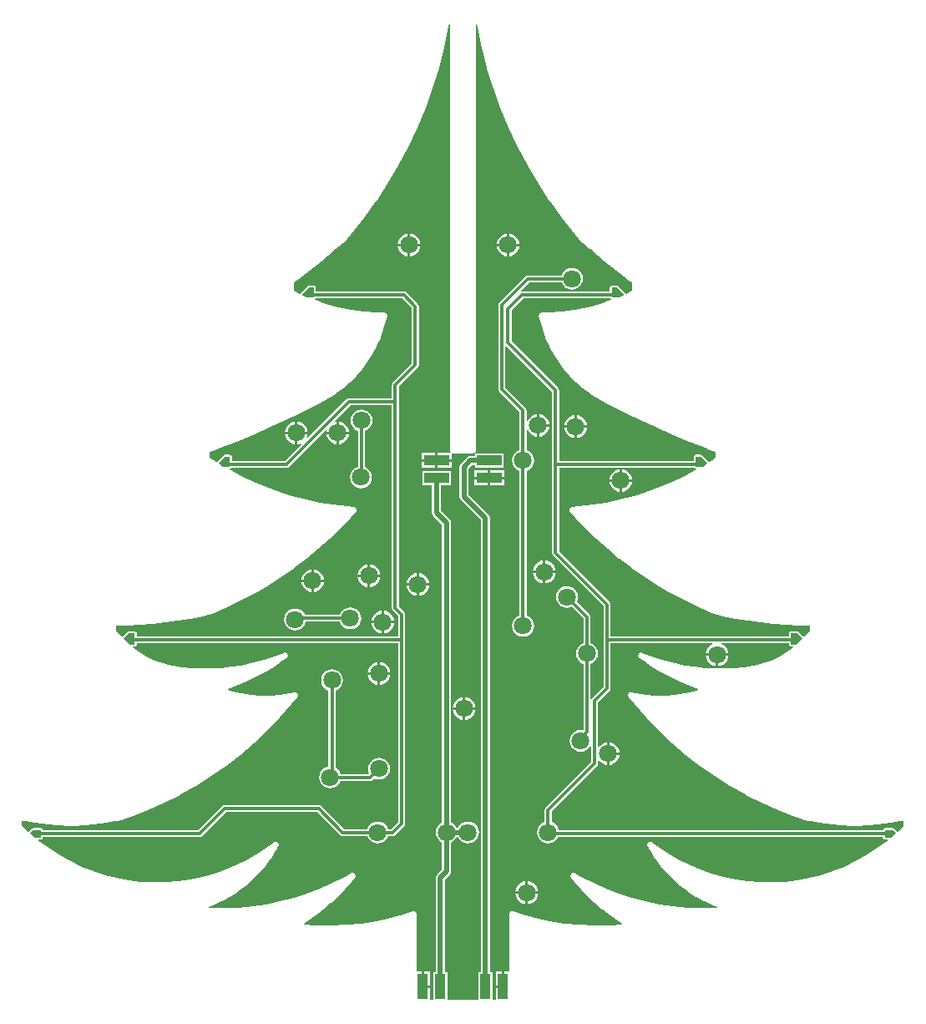
<source format=gbr>
%TF.GenerationSoftware,Altium Limited,Altium Designer,21.2.1 (34)*%
G04 Layer_Physical_Order=1*
G04 Layer_Color=6711008*
%FSLAX25Y25*%
%MOIN*%
%TF.SameCoordinates,D824F303-33D3-4EC3-9BEE-61EECA8924FC*%
%TF.FilePolarity,Positive*%
%TF.FileFunction,Copper,L1,Top,Signal*%
%TF.Part,Single*%
G01*
G75*
%TA.AperFunction,SMDPad,CuDef*%
%ADD10R,0.03937X0.09843*%
%ADD11R,0.09843X0.03937*%
%ADD12R,0.01968X0.01968*%
%TA.AperFunction,Conductor*%
%ADD13C,0.01968*%
%ADD14C,0.01181*%
%TA.AperFunction,ViaPad*%
%ADD15R,0.03937X0.09843*%
%ADD16R,0.09843X0.03937*%
%ADD17C,0.07087*%
G36*
X188734Y414012D02*
X188741Y413992D01*
X188742Y413971D01*
X190468Y405777D01*
X190479Y405751D01*
X190480Y405722D01*
X192588Y397618D01*
X192600Y397592D01*
X192603Y397564D01*
X195088Y389567D01*
X195101Y389542D01*
X195106Y389514D01*
X197962Y381643D01*
X197976Y381618D01*
X197982Y381590D01*
X201203Y373861D01*
X201219Y373837D01*
X201226Y373809D01*
X204805Y366239D01*
X204822Y366216D01*
X204830Y366189D01*
X208760Y358795D01*
X208778Y358773D01*
X208787Y358746D01*
X213059Y351543D01*
X213078Y351522D01*
X213088Y351496D01*
X217692Y344501D01*
X217712Y344481D01*
X217724Y344455D01*
X222650Y337683D01*
X222671Y337664D01*
X222684Y337639D01*
X227921Y331105D01*
X227938Y331091D01*
X227948Y331073D01*
X230680Y327900D01*
X230754Y327841D01*
X230813Y327768D01*
X233692Y325321D01*
X233699Y325317D01*
X233704Y325311D01*
X239522Y320488D01*
X239531Y320483D01*
X239537Y320475D01*
X245433Y315748D01*
X245442Y315743D01*
X245449Y315736D01*
X248517Y313357D01*
X248470Y313218D01*
X250500Y312000D01*
Y309000D01*
X250450Y308975D01*
X250530Y308632D01*
X248145Y307453D01*
X248139Y307461D01*
X248068Y307568D01*
X245068Y310568D01*
X244807Y310742D01*
X244500Y310803D01*
X242500D01*
X242193Y310742D01*
X241932Y310568D01*
X241758Y310307D01*
X241697Y310000D01*
Y308405D01*
X206500D01*
X206436Y308392D01*
X206242Y308755D01*
X209582Y312095D01*
X222394D01*
X222717Y311316D01*
X223411Y310411D01*
X224316Y309717D01*
X225370Y309281D01*
X226500Y309132D01*
X227630Y309281D01*
X228684Y309717D01*
X229589Y310411D01*
X230283Y311316D01*
X230719Y312369D01*
X230868Y313500D01*
X230719Y314631D01*
X230283Y315684D01*
X229589Y316589D01*
X228684Y317283D01*
X227630Y317719D01*
X226500Y317868D01*
X225370Y317719D01*
X224316Y317283D01*
X223411Y316589D01*
X222717Y315684D01*
X222394Y314905D01*
X209000D01*
X208462Y314798D01*
X208007Y314493D01*
X197506Y303993D01*
X197202Y303538D01*
X197095Y303000D01*
Y278500D01*
X197106Y278446D01*
Y269489D01*
X197213Y268952D01*
X197517Y268496D01*
X205595Y260418D01*
Y245106D01*
X204816Y244783D01*
X203911Y244089D01*
X203217Y243184D01*
X202781Y242130D01*
X202632Y241000D01*
X202781Y239869D01*
X203217Y238816D01*
X203911Y237911D01*
X204816Y237217D01*
X205595Y236894D01*
Y179106D01*
X204816Y178783D01*
X203911Y178089D01*
X203217Y177184D01*
X202781Y176130D01*
X202632Y175000D01*
X202781Y173870D01*
X203217Y172816D01*
X203911Y171911D01*
X204816Y171217D01*
X205870Y170781D01*
X207000Y170632D01*
X208131Y170781D01*
X209184Y171217D01*
X210089Y171911D01*
X210783Y172816D01*
X211219Y173870D01*
X211368Y175000D01*
X211219Y176130D01*
X210783Y177184D01*
X210089Y178089D01*
X209184Y178783D01*
X208405Y179106D01*
Y236894D01*
X209184Y237217D01*
X210089Y237911D01*
X210783Y238816D01*
X211219Y239869D01*
X211368Y241000D01*
X211219Y242130D01*
X210783Y243184D01*
X210089Y244089D01*
X209184Y244783D01*
X208405Y245106D01*
Y253192D01*
X208799Y253271D01*
X209031Y252709D01*
X209760Y251760D01*
X210709Y251031D01*
X211814Y250574D01*
X212500Y250483D01*
Y255000D01*
Y259517D01*
X211814Y259426D01*
X210709Y258969D01*
X209760Y258240D01*
X209031Y257291D01*
X208799Y256729D01*
X208405Y256808D01*
Y261000D01*
X208298Y261538D01*
X207993Y261993D01*
X199916Y270071D01*
Y278489D01*
X199905Y278543D01*
Y286551D01*
X200299Y286714D01*
X218595Y268418D01*
Y239500D01*
Y204000D01*
X218702Y203462D01*
X219007Y203007D01*
X239095Y182918D01*
Y169500D01*
Y150582D01*
X234507Y145993D01*
X234299Y145682D01*
X233905Y145802D01*
Y159894D01*
X234684Y160217D01*
X235589Y160911D01*
X236283Y161816D01*
X236719Y162870D01*
X236868Y164000D01*
X236719Y165130D01*
X236283Y166184D01*
X235589Y167089D01*
X234684Y167783D01*
X233905Y168106D01*
Y178500D01*
X233798Y179038D01*
X233493Y179493D01*
X228397Y184590D01*
X228719Y185370D01*
X228868Y186500D01*
X228719Y187630D01*
X228283Y188684D01*
X227589Y189589D01*
X226684Y190283D01*
X225630Y190719D01*
X224500Y190868D01*
X223370Y190719D01*
X222316Y190283D01*
X221411Y189589D01*
X220717Y188684D01*
X220281Y187630D01*
X220132Y186500D01*
X220281Y185370D01*
X220717Y184316D01*
X221411Y183411D01*
X222316Y182717D01*
X223370Y182281D01*
X224500Y182132D01*
X225630Y182281D01*
X226410Y182604D01*
X231095Y177918D01*
Y168106D01*
X230316Y167783D01*
X229411Y167089D01*
X228717Y166184D01*
X228281Y165130D01*
X228132Y164000D01*
X228281Y162870D01*
X228717Y161816D01*
X229411Y160911D01*
X230316Y160217D01*
X231095Y159894D01*
Y133686D01*
X230701Y133341D01*
X229925Y133443D01*
X228794Y133294D01*
X227741Y132858D01*
X226836Y132164D01*
X226142Y131259D01*
X225706Y130206D01*
X225557Y129075D01*
X225706Y127945D01*
X226142Y126891D01*
X226836Y125987D01*
X227741Y125292D01*
X228794Y124856D01*
X229925Y124707D01*
X231055Y124856D01*
X232109Y125292D01*
X233014Y125987D01*
X233701Y126883D01*
X233730Y126887D01*
X234095Y126804D01*
Y120582D01*
X216007Y102494D01*
X215702Y102038D01*
X215595Y101500D01*
Y96606D01*
X214816Y96283D01*
X213911Y95589D01*
X213217Y94684D01*
X212781Y93630D01*
X212632Y92500D01*
X212781Y91369D01*
X213217Y90316D01*
X213911Y89411D01*
X214816Y88717D01*
X215869Y88281D01*
X217000Y88132D01*
X218130Y88281D01*
X219184Y88717D01*
X220089Y89411D01*
X220783Y90316D01*
X220899Y90595D01*
X350697D01*
Y90500D01*
X350758Y90193D01*
X350932Y89932D01*
X351193Y89758D01*
X351500Y89697D01*
X352397D01*
X352532Y89327D01*
X351974Y88858D01*
X348020Y85949D01*
X343886Y83302D01*
X339590Y80927D01*
X335150Y78835D01*
X330583Y77035D01*
X325910Y75533D01*
X321150Y74337D01*
X316322Y73451D01*
X311446Y72879D01*
X306545Y72623D01*
X301637Y72685D01*
X296743Y73063D01*
X291883Y73758D01*
X287079Y74765D01*
X282350Y76080D01*
X277716Y77698D01*
X273196Y79612D01*
X268810Y81815D01*
X264575Y84297D01*
X260509Y87047D01*
X258569Y88550D01*
X258365Y88652D01*
X258162Y88757D01*
X258155Y88757D01*
X258149Y88760D01*
X257921Y88776D01*
X257693Y88795D01*
X257687Y88793D01*
X257680Y88793D01*
X257463Y88721D01*
X257246Y88651D01*
X257241Y88646D01*
X257234Y88644D01*
X257062Y88494D01*
X256888Y88347D01*
X256885Y88341D01*
X256879Y88336D01*
X256777Y88132D01*
X256673Y87929D01*
X256673Y87922D01*
X256670Y87916D01*
X256654Y87688D01*
X256635Y87461D01*
X256637Y87454D01*
X256637Y87447D01*
X256709Y87230D01*
X256779Y87013D01*
X257673Y85406D01*
X257695Y85380D01*
X257706Y85349D01*
X259668Y82237D01*
X259699Y82205D01*
X259718Y82165D01*
X261901Y79205D01*
X261934Y79175D01*
X261956Y79136D01*
X264351Y76344D01*
X264386Y76316D01*
X264410Y76279D01*
X267003Y73670D01*
X267040Y73645D01*
X267067Y73610D01*
X269843Y71197D01*
X269882Y71175D01*
X269912Y71142D01*
X272857Y68939D01*
X272898Y68920D01*
X272930Y68889D01*
X276028Y66907D01*
X276070Y66891D01*
X276104Y66863D01*
X279340Y65113D01*
X279382Y65100D01*
X279419Y65074D01*
X282773Y63566D01*
X282817Y63556D01*
X282855Y63533D01*
X284596Y62899D01*
X284542Y62509D01*
X283608Y62441D01*
X278053Y62342D01*
X272501Y62547D01*
X266969Y63054D01*
X261473Y63862D01*
X256029Y64969D01*
X250653Y66372D01*
X245362Y68065D01*
X240171Y70045D01*
X235096Y72305D01*
X230152Y74839D01*
X227753Y76239D01*
X227736Y76245D01*
X227722Y76256D01*
X227514Y76321D01*
X227309Y76392D01*
X227291Y76391D01*
X227273Y76396D01*
X227057Y76376D01*
X226840Y76363D01*
X226823Y76355D01*
X226805Y76354D01*
X226613Y76253D01*
X226417Y76157D01*
X226405Y76144D01*
X226389Y76135D01*
X226250Y75968D01*
X226106Y75805D01*
X226100Y75788D01*
X226088Y75774D01*
X226024Y75567D01*
X225953Y75361D01*
X225954Y75343D01*
X225949Y75326D01*
X225968Y75109D01*
X225981Y74892D01*
X225989Y74876D01*
X225991Y74858D01*
X226092Y74665D01*
X226187Y74470D01*
X226201Y74458D01*
X226209Y74442D01*
X227437Y72923D01*
X227454Y72908D01*
X227466Y72888D01*
X230032Y69945D01*
X230057Y69926D01*
X230073Y69901D01*
X232783Y67089D01*
X232808Y67072D01*
X232826Y67047D01*
X235673Y64374D01*
X235699Y64358D01*
X235718Y64334D01*
X238695Y61806D01*
X238721Y61791D01*
X238742Y61769D01*
X241841Y59393D01*
X241868Y59379D01*
X241890Y59357D01*
X245104Y57139D01*
X245132Y57127D01*
X245154Y57106D01*
X246620Y56199D01*
X246526Y55817D01*
X241644Y55450D01*
X235614Y55355D01*
X229590Y55615D01*
X223591Y56230D01*
X217639Y57197D01*
X211754Y58514D01*
X205957Y60175D01*
X203113Y61175D01*
X202912Y61204D01*
X202713Y61244D01*
X202680Y61237D01*
X202647Y61242D01*
X202451Y61191D01*
X202252Y61152D01*
X202225Y61133D01*
X202192Y61125D01*
X202030Y61004D01*
X201862Y60891D01*
X201843Y60863D01*
X201817Y60843D01*
X201713Y60669D01*
X201601Y60500D01*
X201594Y60467D01*
X201577Y60439D01*
X201549Y60238D01*
X201509Y60039D01*
X201509Y60039D01*
Y36921D01*
X199500D01*
Y31000D01*
X199000D01*
Y30500D01*
X196031D01*
Y25811D01*
X194756D01*
Y36709D01*
X193706D01*
X193706Y218100D01*
X193569Y218791D01*
X193177Y219377D01*
X185306Y227248D01*
Y237752D01*
X186748Y239194D01*
X187791D01*
Y238244D01*
X199209D01*
Y243756D01*
X188133D01*
X187793Y244139D01*
X187803Y244218D01*
X187817Y244227D01*
X188078Y244618D01*
X188169Y245079D01*
X188169Y414957D01*
X188563Y414991D01*
X188734Y414012D01*
D02*
G37*
G36*
X247500Y307000D02*
X245500Y306000D01*
X242500D01*
Y310000D01*
X244500D01*
X247500Y307000D01*
D02*
G37*
G36*
X123500Y306000D02*
X120500D01*
X118500Y307000D01*
X121500Y310000D01*
X123500D01*
Y306000D01*
D02*
G37*
G36*
X154595Y182000D02*
X154702Y181462D01*
X155007Y181007D01*
X157095Y178918D01*
Y170905D01*
X52803D01*
Y172000D01*
X52742Y172307D01*
X52568Y172568D01*
X52307Y172742D01*
X52000Y172803D01*
X49500D01*
X49193Y172742D01*
X48932Y172568D01*
X47060Y170695D01*
X46572Y170649D01*
X45704Y171622D01*
X45757Y171743D01*
X44500Y173000D01*
Y175000D01*
X48404D01*
X48899Y175022D01*
X48913Y175025D01*
X48927Y175023D01*
X53977Y175364D01*
X53991Y175367D01*
X54005Y175366D01*
X59046Y175821D01*
X59059Y175826D01*
X59073Y175824D01*
X64102Y176396D01*
X64116Y176400D01*
X64130Y176399D01*
X69145Y177086D01*
X69158Y177091D01*
X69172Y177090D01*
X74170Y177892D01*
X74183Y177897D01*
X74197Y177897D01*
X79175Y178813D01*
X79185Y178817D01*
X79195Y178817D01*
X81676Y179318D01*
X81783Y179363D01*
X81897Y179385D01*
X84649Y180520D01*
X84664Y180529D01*
X84681Y180534D01*
X90117Y182960D01*
X90136Y182974D01*
X90159Y182980D01*
X95498Y185614D01*
X95517Y185628D01*
X95540Y185635D01*
X100773Y188472D01*
X100792Y188487D01*
X100814Y188495D01*
X105935Y191532D01*
X105952Y191547D01*
X105974Y191556D01*
X110974Y194788D01*
X110991Y194804D01*
X111012Y194813D01*
X115884Y198235D01*
X115901Y198252D01*
X115922Y198262D01*
X120659Y201869D01*
X120674Y201886D01*
X120695Y201897D01*
X125289Y205683D01*
X125304Y205702D01*
X125325Y205714D01*
X129770Y209674D01*
X129784Y209692D01*
X129804Y209705D01*
X134094Y213833D01*
X134107Y213853D01*
X134127Y213866D01*
X138254Y218156D01*
X138264Y218171D01*
X138278Y218181D01*
X140279Y220385D01*
X140361Y220522D01*
X140460Y220648D01*
X140474Y220694D01*
X140500Y220734D01*
X140506Y220763D01*
X140521Y220788D01*
X140545Y220946D01*
X140588Y221100D01*
X140583Y221147D01*
X140592Y221195D01*
X140586Y221224D01*
X140591Y221253D01*
X140552Y221408D01*
X140533Y221566D01*
X140510Y221608D01*
X140500Y221656D01*
X140484Y221680D01*
X140477Y221709D01*
X140382Y221837D01*
X140304Y221976D01*
X140266Y222006D01*
X140239Y222046D01*
X140215Y222063D01*
X140197Y222086D01*
X140061Y222169D01*
X139935Y222268D01*
X139889Y222281D01*
X139849Y222307D01*
X139820Y222313D01*
X139795Y222328D01*
X139637Y222352D01*
X139483Y222395D01*
X136724Y222614D01*
X131231Y223301D01*
X125774Y224234D01*
X120366Y225413D01*
X115016Y226835D01*
X109735Y228496D01*
X104535Y230394D01*
X99426Y232524D01*
X94418Y234883D01*
X89828Y237303D01*
X89925Y237697D01*
X90000D01*
X90307Y237758D01*
X90568Y237932D01*
X90676Y238095D01*
X112500D01*
X113038Y238202D01*
X113494Y238507D01*
X128177Y253190D01*
X128550Y253006D01*
X128483Y252500D01*
X132500D01*
Y256517D01*
X131994Y256450D01*
X131810Y256823D01*
X138082Y263095D01*
X154595D01*
Y182000D01*
D02*
G37*
G36*
X162595Y301918D02*
Y279582D01*
X155007Y271993D01*
X154702Y271538D01*
X154595Y271000D01*
Y265905D01*
X137500D01*
X136962Y265798D01*
X136506Y265493D01*
X121017Y250004D01*
X120683Y250227D01*
X120926Y250814D01*
X121017Y251500D01*
X117000D01*
Y247483D01*
X117686Y247574D01*
X118273Y247817D01*
X118496Y247483D01*
X111918Y240905D01*
X90803D01*
Y242500D01*
X90742Y242807D01*
X90568Y243068D01*
X90307Y243242D01*
X90000Y243303D01*
X88000D01*
X87693Y243242D01*
X87432Y243068D01*
X87432Y243068D01*
X84932Y240568D01*
X84758Y240307D01*
X84430Y240471D01*
X83401Y241138D01*
X83406Y241156D01*
X82000Y242000D01*
Y244500D01*
X85000Y245500D01*
X85031Y245510D01*
X85315Y245669D01*
X87156Y246367D01*
X87165Y246372D01*
X87175Y246374D01*
X93509Y248897D01*
X93518Y248903D01*
X93528Y248905D01*
X99819Y251535D01*
X99828Y251540D01*
X99838Y251543D01*
X106084Y254278D01*
X106092Y254284D01*
X106102Y254286D01*
X112301Y257126D01*
X112310Y257132D01*
X112320Y257135D01*
X118470Y260078D01*
X118478Y260085D01*
X118488Y260087D01*
X124588Y263134D01*
X124594Y263139D01*
X124602Y263141D01*
X127632Y264703D01*
X127651Y264717D01*
X127673Y264725D01*
X129213Y265594D01*
X129238Y265616D01*
X129269Y265628D01*
X132248Y267533D01*
X132281Y267564D01*
X132321Y267583D01*
X135153Y269700D01*
X135183Y269733D01*
X135222Y269755D01*
X137892Y272073D01*
X137920Y272108D01*
X137957Y272133D01*
X140451Y274640D01*
X140476Y274677D01*
X140511Y274704D01*
X142816Y277386D01*
X142838Y277424D01*
X142871Y277454D01*
X144974Y280297D01*
X144993Y280337D01*
X145024Y280369D01*
X146915Y283358D01*
X146931Y283400D01*
X146959Y283434D01*
X148626Y286552D01*
X148639Y286595D01*
X148665Y286631D01*
X150101Y289863D01*
X150110Y289906D01*
X150133Y289944D01*
X151330Y293272D01*
X151336Y293316D01*
X151356Y293356D01*
X152307Y296762D01*
X152310Y296795D01*
X152323Y296826D01*
X152704Y298553D01*
X152707Y298682D01*
X152733Y298809D01*
X152712Y298915D01*
X152714Y299023D01*
X152667Y299143D01*
X152642Y299270D01*
X152583Y299360D01*
X152544Y299460D01*
X152454Y299554D01*
X152382Y299662D01*
X152293Y299722D01*
X152218Y299799D01*
X152100Y299851D01*
X151992Y299924D01*
X151887Y299945D01*
X151788Y299988D01*
X151659Y299991D01*
X151532Y300017D01*
X148909Y300024D01*
X143675Y300379D01*
X138475Y301076D01*
X133332Y302109D01*
X128268Y303476D01*
X124039Y304918D01*
X123971Y305290D01*
X124246Y305595D01*
X158918D01*
X162595Y301918D01*
D02*
G37*
G36*
X242055Y305297D02*
X242026Y304921D01*
X237789Y303475D01*
X232724Y302109D01*
X227581Y301076D01*
X222381Y300379D01*
X217148Y300024D01*
X214525Y300017D01*
X214398Y299991D01*
X214268Y299988D01*
X214170Y299945D01*
X214064Y299924D01*
X213957Y299851D01*
X213838Y299799D01*
X213763Y299722D01*
X213674Y299662D01*
X213602Y299554D01*
X213513Y299460D01*
X213474Y299360D01*
X213414Y299270D01*
X213389Y299143D01*
X213342Y299022D01*
X213344Y298915D01*
X213324Y298809D01*
X213349Y298682D01*
X213352Y298553D01*
X213733Y296826D01*
X213747Y296795D01*
X213749Y296762D01*
X214700Y293356D01*
X214720Y293316D01*
X214727Y293272D01*
X215923Y289944D01*
X215946Y289906D01*
X215956Y289863D01*
X217391Y286631D01*
X217417Y286595D01*
X217430Y286552D01*
X219098Y283434D01*
X219126Y283399D01*
X219142Y283358D01*
X221032Y280369D01*
X221063Y280337D01*
X221082Y280297D01*
X223185Y277454D01*
X223218Y277424D01*
X223240Y277386D01*
X225546Y274704D01*
X225581Y274676D01*
X225605Y274639D01*
X228100Y272133D01*
X228137Y272108D01*
X228164Y272073D01*
X230835Y269755D01*
X230873Y269733D01*
X230903Y269700D01*
X233736Y267583D01*
X233776Y267564D01*
X233808Y267533D01*
X236787Y265628D01*
X236818Y265616D01*
X236844Y265594D01*
X238384Y264725D01*
X238406Y264717D01*
X238424Y264703D01*
X241455Y263141D01*
X241462Y263139D01*
X241468Y263134D01*
X247568Y260087D01*
X247578Y260084D01*
X247586Y260078D01*
X253737Y257135D01*
X253747Y257132D01*
X253755Y257126D01*
X259954Y254286D01*
X259964Y254284D01*
X259973Y254278D01*
X266218Y251543D01*
X266229Y251540D01*
X266237Y251535D01*
X272528Y248905D01*
X272538Y248903D01*
X272547Y248897D01*
X278882Y246374D01*
X278892Y246372D01*
X278900Y246367D01*
X280683Y245691D01*
X280979Y245507D01*
X281000Y245500D01*
X284000Y244500D01*
Y242000D01*
X282642Y241185D01*
X282656Y241138D01*
X281587Y240445D01*
X281242Y240307D01*
X281068Y240568D01*
X281068Y240568D01*
X278568Y243068D01*
X278307Y243242D01*
X278000Y243303D01*
X276000D01*
X275693Y243242D01*
X275432Y243068D01*
X275258Y242807D01*
X275197Y242500D01*
Y240905D01*
X221405D01*
Y269000D01*
X221298Y269538D01*
X220993Y269993D01*
X202405Y288582D01*
Y300918D01*
X207082Y305595D01*
X241776D01*
X242055Y305297D01*
D02*
G37*
G36*
X280500Y240000D02*
X279000Y238500D01*
X276000D01*
Y242500D01*
X278000D01*
X280500Y240000D01*
D02*
G37*
G36*
X90000Y238500D02*
X87000D01*
X85500Y240000D01*
X88000Y242500D01*
X90000D01*
Y238500D01*
D02*
G37*
G36*
X275432Y237932D02*
X275693Y237758D01*
X276000Y237697D01*
X276131D01*
X276229Y237303D01*
X271639Y234883D01*
X266631Y232524D01*
X261522Y230394D01*
X256321Y228496D01*
X251041Y226835D01*
X245690Y225413D01*
X240282Y224234D01*
X234825Y223301D01*
X229332Y222614D01*
X226573Y222395D01*
X226420Y222352D01*
X226262Y222328D01*
X226196Y222288D01*
X226121Y222268D01*
X225996Y222169D01*
X225859Y222086D01*
X225813Y222024D01*
X225752Y221976D01*
X225674Y221837D01*
X225579Y221709D01*
X225561Y221634D01*
X225523Y221566D01*
X225504Y221408D01*
X225466Y221253D01*
X225477Y221176D01*
X225468Y221099D01*
X225512Y220946D01*
X225535Y220788D01*
X225575Y220722D01*
X225596Y220647D01*
X225695Y220522D01*
X225777Y220385D01*
X227778Y218181D01*
X227792Y218171D01*
X227802Y218156D01*
X231930Y213866D01*
X231949Y213853D01*
X231962Y213833D01*
X236252Y209705D01*
X236272Y209692D01*
X236286Y209674D01*
X240732Y205714D01*
X240752Y205702D01*
X240767Y205683D01*
X245361Y201897D01*
X245382Y201886D01*
X245398Y201869D01*
X250134Y198262D01*
X250156Y198252D01*
X250172Y198235D01*
X255044Y194813D01*
X255065Y194804D01*
X255082Y194787D01*
X260083Y191556D01*
X260104Y191547D01*
X260122Y191532D01*
X265243Y188495D01*
X265265Y188487D01*
X265283Y188472D01*
X270517Y185635D01*
X270539Y185628D01*
X270558Y185613D01*
X275897Y182980D01*
X275920Y182974D01*
X275939Y182960D01*
X281376Y180533D01*
X281393Y180529D01*
X281407Y180520D01*
X284160Y179385D01*
X284273Y179363D01*
X284380Y179318D01*
X286861Y178817D01*
X286872Y178817D01*
X286881Y178813D01*
X291859Y177897D01*
X291873Y177897D01*
X291886Y177892D01*
X296884Y177090D01*
X296898Y177091D01*
X296912Y177086D01*
X301926Y176399D01*
X301940Y176400D01*
X301954Y176396D01*
X306983Y175824D01*
X306997Y175825D01*
X307011Y175821D01*
X312052Y175366D01*
X312066Y175367D01*
X312079Y175363D01*
X317129Y175023D01*
X317144Y175025D01*
X317157Y175022D01*
X317651Y175000D01*
X321500D01*
Y173000D01*
X320282Y171782D01*
X320353Y171622D01*
X319445Y170606D01*
X318970Y170665D01*
X317068Y172568D01*
X316807Y172742D01*
X316500Y172803D01*
X314000D01*
X313693Y172742D01*
X313432Y172568D01*
X313258Y172307D01*
X313197Y172000D01*
Y170905D01*
X241905D01*
Y183500D01*
X241798Y184038D01*
X241493Y184494D01*
X221405Y204582D01*
Y238095D01*
X275324D01*
X275432Y237932D01*
D02*
G37*
G36*
X318500Y170000D02*
X316000Y167500D01*
X314000D01*
Y172000D01*
X316500D01*
X318500Y170000D01*
D02*
G37*
G36*
X52000Y167500D02*
X50000D01*
X47500Y170000D01*
X49500Y172000D01*
X52000D01*
Y167500D01*
D02*
G37*
G36*
X313197D02*
X313258Y167193D01*
X313432Y166932D01*
X313693Y166758D01*
X314000Y166697D01*
X314793D01*
X314917Y166323D01*
X312593Y164594D01*
X309446Y162714D01*
X306126Y161161D01*
X302666Y159950D01*
X300907Y159528D01*
X299001Y159148D01*
X295110Y158572D01*
X291195Y158190D01*
X287266Y158002D01*
X283332Y158010D01*
X279404Y158214D01*
X275490Y158612D01*
X271601Y159204D01*
X267747Y159989D01*
X263936Y160964D01*
X260178Y162127D01*
X256482Y163475D01*
X254671Y164240D01*
X254572Y164260D01*
X254480Y164303D01*
X254344Y164307D01*
X254210Y164335D01*
X254111Y164316D01*
X254010Y164319D01*
X253883Y164272D01*
X253749Y164246D01*
X253664Y164191D01*
X253570Y164155D01*
X253470Y164063D01*
X253356Y163988D01*
X253300Y163904D01*
X253226Y163835D01*
X253169Y163712D01*
X253093Y163599D01*
X253072Y163500D01*
X253030Y163408D01*
X253025Y163272D01*
X252998Y163139D01*
X253017Y163040D01*
X253013Y162938D01*
X253061Y162811D01*
X253086Y162677D01*
X253142Y162593D01*
X253177Y162498D01*
X253270Y162399D01*
X253345Y162285D01*
X253429Y162228D01*
X253497Y162154D01*
X255033Y161046D01*
X255051Y161038D01*
X255064Y161024D01*
X258204Y158905D01*
X258228Y158895D01*
X258247Y158878D01*
X261473Y156894D01*
X261498Y156885D01*
X261517Y156868D01*
X264825Y155021D01*
X264849Y155013D01*
X264869Y154997D01*
X268251Y153292D01*
X268276Y153285D01*
X268297Y153270D01*
X271748Y151708D01*
X271773Y151702D01*
X271795Y151688D01*
X275309Y150274D01*
X275334Y150269D01*
X275356Y150256D01*
X276882Y149715D01*
X276874Y149321D01*
X275212Y148802D01*
X271452Y147938D01*
X267636Y147367D01*
X263788Y147090D01*
X259930Y147111D01*
X256085Y147429D01*
X252276Y148042D01*
X250401Y148494D01*
X250320Y148497D01*
X250244Y148521D01*
X250181Y148515D01*
X250119Y148527D01*
X250026Y148509D01*
X249931Y148512D01*
X249856Y148485D01*
X249776Y148477D01*
X249720Y148448D01*
X249658Y148435D01*
X249579Y148383D01*
X249490Y148350D01*
X249431Y148296D01*
X249360Y148258D01*
X249320Y148210D01*
X249267Y148174D01*
X249267D01*
X249215Y148096D01*
X249145Y148031D01*
X249111Y147959D01*
X249060Y147897D01*
X249041Y147836D01*
X249006Y147784D01*
X248988Y147691D01*
X248948Y147605D01*
X248945Y147525D01*
X248921Y147448D01*
X248927Y147385D01*
X248914Y147323D01*
X248933Y147230D01*
X248929Y147135D01*
X248957Y147060D01*
X248964Y146980D01*
X248994Y146924D01*
X249006Y146862D01*
X249059Y146783D01*
X249091Y146695D01*
X249146Y146635D01*
X249183Y146564D01*
X251433Y143791D01*
X251450Y143777D01*
X251461Y143757D01*
X256157Y138377D01*
X256180Y138359D01*
X256196Y138334D01*
X261145Y133185D01*
X261169Y133168D01*
X261186Y133144D01*
X266378Y128240D01*
X266403Y128224D01*
X266421Y128201D01*
X271842Y123552D01*
X271867Y123537D01*
X271887Y123515D01*
X277525Y119132D01*
X277552Y119119D01*
X277572Y119097D01*
X283415Y114991D01*
X283442Y114979D01*
X283463Y114958D01*
X289496Y111137D01*
X289524Y111127D01*
X289546Y111108D01*
X295757Y107581D01*
X295785Y107572D01*
X295808Y107554D01*
X302181Y104330D01*
X302209Y104322D01*
X302233Y104305D01*
X308753Y101392D01*
X308782Y101386D01*
X308807Y101370D01*
X315460Y98773D01*
X315482Y98770D01*
X315501Y98758D01*
X318872Y97581D01*
X318949Y97570D01*
X319019Y97540D01*
X321852Y96938D01*
X321881Y96938D01*
X321909Y96928D01*
X327625Y95999D01*
X327664Y96000D01*
X327702Y95989D01*
X333466Y95430D01*
X333505Y95434D01*
X333543Y95425D01*
X339331Y95238D01*
X339370Y95244D01*
X339409Y95238D01*
X345197Y95423D01*
X345235Y95432D01*
X345274Y95428D01*
X351038Y95985D01*
X351076Y95996D01*
X351115Y95995D01*
X355716Y96741D01*
X355999Y96500D01*
X356000D01*
X356500Y97000D01*
X359000D01*
Y95000D01*
X357407Y93726D01*
X357438Y93650D01*
X356542Y92793D01*
X356318Y92818D01*
X356318Y92818D01*
X355068Y94068D01*
X354807Y94242D01*
X354500Y94303D01*
X351500D01*
X351193Y94242D01*
X350932Y94068D01*
X350758Y93807D01*
X350697Y93500D01*
Y93405D01*
X221249D01*
X221219Y93630D01*
X220783Y94684D01*
X220089Y95589D01*
X219184Y96283D01*
X218405Y96606D01*
Y100918D01*
X236493Y119007D01*
X236798Y119462D01*
X236905Y120000D01*
Y121227D01*
X237299Y121361D01*
X237760Y120760D01*
X238709Y120031D01*
X239814Y119574D01*
X240500Y119483D01*
Y124000D01*
Y128517D01*
X239814Y128426D01*
X238709Y127969D01*
X237760Y127240D01*
X237299Y126639D01*
X236905Y126773D01*
Y144418D01*
X241493Y149006D01*
X241798Y149462D01*
X241905Y150000D01*
Y168095D01*
X282692D01*
X282771Y167701D01*
X282209Y167469D01*
X281260Y166740D01*
X280531Y165791D01*
X280074Y164686D01*
X279983Y164000D01*
X289017D01*
X288926Y164686D01*
X288469Y165791D01*
X287740Y166740D01*
X286791Y167469D01*
X286229Y167701D01*
X286308Y168095D01*
X313197D01*
Y167500D01*
D02*
G37*
G36*
X157095Y96582D02*
X154418Y93905D01*
X153106D01*
X152783Y94684D01*
X152089Y95589D01*
X151184Y96283D01*
X150130Y96719D01*
X149000Y96868D01*
X147870Y96719D01*
X146816Y96283D01*
X145911Y95589D01*
X145217Y94684D01*
X144894Y93905D01*
X135582D01*
X126494Y102994D01*
X126038Y103298D01*
X125500Y103405D01*
X88000D01*
X87462Y103298D01*
X87007Y102994D01*
X77418Y93405D01*
X15303D01*
Y93500D01*
X15242Y93807D01*
X15068Y94068D01*
X14807Y94242D01*
X14500Y94303D01*
X11500D01*
X11500Y94303D01*
X11193Y94242D01*
X10932Y94068D01*
X10932Y94068D01*
X9682Y92818D01*
X9508Y92799D01*
X8619Y93650D01*
X8635Y93692D01*
X7000Y95000D01*
Y97000D01*
X9500D01*
X9996Y96504D01*
X10284Y96750D01*
X14941Y95995D01*
X14981Y95996D01*
X15018Y95985D01*
X20782Y95428D01*
X20821Y95432D01*
X20860Y95423D01*
X26648Y95238D01*
X26686Y95244D01*
X26725Y95238D01*
X32513Y95425D01*
X32551Y95434D01*
X32590Y95430D01*
X38355Y95989D01*
X38392Y96000D01*
X38431Y95999D01*
X44147Y96928D01*
X44175Y96938D01*
X44205Y96938D01*
X47037Y97540D01*
X47100Y97567D01*
X47168Y97576D01*
X47175Y97580D01*
X47184Y97581D01*
X50555Y98759D01*
X50574Y98770D01*
X50596Y98773D01*
X57249Y101370D01*
X57274Y101386D01*
X57303Y101392D01*
X63823Y104305D01*
X63847Y104322D01*
X63876Y104330D01*
X70249Y107554D01*
X70272Y107572D01*
X70300Y107581D01*
X76510Y111108D01*
X76532Y111127D01*
X76560Y111137D01*
X82593Y114959D01*
X82615Y114979D01*
X82642Y114991D01*
X88485Y119097D01*
X88505Y119119D01*
X88531Y119132D01*
X94170Y123515D01*
X94189Y123537D01*
X94214Y123552D01*
X99636Y128201D01*
X99654Y128224D01*
X99679Y128240D01*
X104870Y133144D01*
X104887Y133168D01*
X104911Y133185D01*
X109860Y138334D01*
X109876Y138359D01*
X109900Y138377D01*
X114595Y143757D01*
X114606Y143777D01*
X114623Y143791D01*
X116873Y146564D01*
X116911Y146635D01*
X116965Y146695D01*
X117019Y146842D01*
X117092Y146980D01*
X117099Y147060D01*
X117127Y147136D01*
X117121Y147292D01*
X117136Y147448D01*
X117112Y147525D01*
X117108Y147605D01*
X117043Y147747D01*
X116997Y147897D01*
X116945Y147959D01*
X116911Y148032D01*
X116796Y148138D01*
X116696Y148258D01*
X116625Y148296D01*
X116566Y148350D01*
X116419Y148404D01*
X116281Y148477D01*
X116201Y148485D01*
X116125Y148512D01*
X115969Y148506D01*
X115813Y148521D01*
X115736Y148497D01*
X115656Y148494D01*
X113780Y148042D01*
X109971Y147429D01*
X106126Y147111D01*
X102268Y147091D01*
X98420Y147367D01*
X94604Y147938D01*
X90844Y148802D01*
X89182Y149321D01*
X89174Y149715D01*
X90700Y150256D01*
X90722Y150269D01*
X90748Y150274D01*
X94261Y151688D01*
X94283Y151702D01*
X94308Y151708D01*
X97759Y153270D01*
X97780Y153285D01*
X97805Y153292D01*
X101187Y154998D01*
X101207Y155013D01*
X101232Y155021D01*
X104539Y156868D01*
X104559Y156885D01*
X104583Y156894D01*
X107809Y158878D01*
X107828Y158896D01*
X107852Y158905D01*
X110992Y161024D01*
X111005Y161038D01*
X111023Y161046D01*
X112559Y162154D01*
X112625Y162225D01*
X112706Y162279D01*
X112708Y162283D01*
X112712Y162285D01*
X112786Y162399D01*
X112879Y162498D01*
X112913Y162589D01*
X112967Y162670D01*
X112968Y162674D01*
X112970Y162677D01*
X112996Y162811D01*
X113043Y162938D01*
X113040Y163036D01*
X113058Y163131D01*
X113058Y163135D01*
X113058Y163139D01*
X113031Y163272D01*
X113026Y163408D01*
X112986Y163496D01*
X112967Y163592D01*
X112964Y163595D01*
X112964Y163599D01*
X112887Y163712D01*
X112831Y163835D01*
X112760Y163901D01*
X112706Y163982D01*
X112702Y163985D01*
X112700Y163988D01*
X112586Y164063D01*
X112487Y164155D01*
X112396Y164189D01*
X112315Y164243D01*
X112311Y164244D01*
X112307Y164246D01*
X112174Y164272D01*
X112046Y164320D01*
X111949Y164316D01*
X111854Y164335D01*
X111850Y164334D01*
X111846Y164335D01*
X111713Y164307D01*
X111577Y164303D01*
X111488Y164262D01*
X111393Y164243D01*
X111390Y164241D01*
X111386Y164240D01*
X109574Y163475D01*
X105878Y162127D01*
X102120Y160964D01*
X98310Y159989D01*
X94455Y159204D01*
X90566Y158612D01*
X86653Y158214D01*
X82724Y158010D01*
X78790Y158002D01*
X74862Y158190D01*
X70946Y158572D01*
X67055Y159148D01*
X65149Y159528D01*
X63390Y159950D01*
X59930Y161161D01*
X56610Y162714D01*
X53464Y164594D01*
X51140Y166323D01*
X51263Y166697D01*
X52000D01*
X52307Y166758D01*
X52568Y166932D01*
X52742Y167193D01*
X52803Y167500D01*
Y168095D01*
X157095D01*
Y96582D01*
D02*
G37*
G36*
X355750Y92250D02*
X354000Y90500D01*
X351500D01*
Y93500D01*
X354500D01*
X355750Y92250D01*
D02*
G37*
G36*
X14500Y90500D02*
X12000D01*
X10250Y92250D01*
X11500Y93500D01*
X14500D01*
Y90500D01*
D02*
G37*
G36*
X177887Y414956D02*
X177887Y245079D01*
X177979Y244618D01*
X178149Y244362D01*
X177972Y243969D01*
X173000D01*
Y241500D01*
X178421D01*
Y243637D01*
X178456Y243691D01*
X178815Y243929D01*
X179091Y243875D01*
X186965D01*
X187426Y243966D01*
X187507Y244020D01*
X187791Y243737D01*
Y242806D01*
X186000D01*
X185309Y242669D01*
X184723Y242277D01*
X182223Y239777D01*
X181831Y239191D01*
X181694Y238500D01*
Y226500D01*
X181831Y225809D01*
X182223Y225223D01*
X190094Y217352D01*
X190094Y36709D01*
X189244D01*
Y25811D01*
X176756D01*
Y36709D01*
X175806D01*
Y73752D01*
X177777Y75723D01*
X178169Y76309D01*
X178306Y77000D01*
Y88561D01*
X178684Y88717D01*
X179589Y89411D01*
X180283Y90316D01*
X180439Y90694D01*
X181061D01*
X181217Y90316D01*
X181911Y89411D01*
X182816Y88717D01*
X183870Y88281D01*
X185000Y88132D01*
X186130Y88281D01*
X187184Y88717D01*
X188089Y89411D01*
X188783Y90316D01*
X189219Y91369D01*
X189368Y92500D01*
X189219Y93630D01*
X188783Y94684D01*
X188089Y95589D01*
X187184Y96283D01*
X186130Y96719D01*
X185000Y96868D01*
X183870Y96719D01*
X182816Y96283D01*
X181911Y95589D01*
X181217Y94684D01*
X181061Y94306D01*
X180439D01*
X180283Y94684D01*
X179589Y95589D01*
X178684Y96283D01*
X178306Y96439D01*
Y216000D01*
X178169Y216691D01*
X177777Y217277D01*
X174306Y220748D01*
Y231244D01*
X178209D01*
Y236756D01*
X166791D01*
Y231244D01*
X170694D01*
Y220000D01*
X170831Y219309D01*
X171223Y218723D01*
X174694Y215252D01*
Y96439D01*
X174316Y96283D01*
X173411Y95589D01*
X172717Y94684D01*
X172281Y93630D01*
X172132Y92500D01*
X172281Y91369D01*
X172717Y90316D01*
X173411Y89411D01*
X174316Y88717D01*
X174694Y88561D01*
Y77748D01*
X172723Y75777D01*
X172331Y75191D01*
X172194Y74500D01*
Y36709D01*
X171244D01*
Y25811D01*
X169968D01*
Y30500D01*
X167000D01*
Y31000D01*
X166500D01*
Y36921D01*
X164547D01*
X164547Y60039D01*
X164508Y60238D01*
X164479Y60439D01*
X164462Y60467D01*
X164456Y60500D01*
X164343Y60669D01*
X164240Y60843D01*
X164213Y60863D01*
X164195Y60891D01*
X164026Y61004D01*
X163864Y61125D01*
X163832Y61133D01*
X163804Y61152D01*
X163605Y61191D01*
X163409Y61242D01*
X163376Y61237D01*
X163343Y61244D01*
X163144Y61204D01*
X162944Y61175D01*
X160099Y60175D01*
X154302Y58514D01*
X148418Y57197D01*
X142465Y56230D01*
X136467Y55615D01*
X130442Y55355D01*
X124412Y55450D01*
X119530Y55817D01*
X119437Y56199D01*
X120902Y57106D01*
X120925Y57127D01*
X120953Y57139D01*
X124167Y59357D01*
X124188Y59379D01*
X124215Y59393D01*
X127315Y61769D01*
X127335Y61791D01*
X127362Y61806D01*
X130338Y64334D01*
X130357Y64358D01*
X130383Y64374D01*
X133230Y67047D01*
X133248Y67072D01*
X133273Y67089D01*
X135983Y69901D01*
X136000Y69926D01*
X136024Y69945D01*
X138591Y72888D01*
X138602Y72908D01*
X138619Y72923D01*
X139847Y74442D01*
X139855Y74458D01*
X139869Y74470D01*
X139964Y74666D01*
X140065Y74858D01*
X140067Y74876D01*
X140075Y74892D01*
X140088Y75109D01*
X140108Y75326D01*
X140102Y75343D01*
X140103Y75361D01*
X140033Y75567D01*
X139968Y75774D01*
X139956Y75788D01*
X139950Y75806D01*
X139806Y75969D01*
X139667Y76135D01*
X139651Y76144D01*
X139639Y76157D01*
X139443Y76253D01*
X139251Y76354D01*
X139233Y76355D01*
X139217Y76363D01*
X138999Y76376D01*
X138783Y76396D01*
X138766Y76391D01*
X138748Y76392D01*
X138542Y76321D01*
X138335Y76256D01*
X138321Y76245D01*
X138303Y76239D01*
X135904Y74839D01*
X130960Y72305D01*
X125885Y70045D01*
X120694Y68065D01*
X115403Y66372D01*
X110028Y64969D01*
X104584Y63862D01*
X99087Y63054D01*
X93555Y62547D01*
X88003Y62342D01*
X82449Y62441D01*
X81515Y62509D01*
X81460Y62899D01*
X83201Y63533D01*
X83240Y63556D01*
X83283Y63566D01*
X86638Y65074D01*
X86674Y65100D01*
X86717Y65113D01*
X89952Y66863D01*
X89986Y66891D01*
X90028Y66907D01*
X93126Y68889D01*
X93159Y68920D01*
X93199Y68939D01*
X96144Y71142D01*
X96174Y71175D01*
X96213Y71197D01*
X98989Y73610D01*
X99016Y73645D01*
X99054Y73670D01*
X101646Y76279D01*
X101671Y76317D01*
X101706Y76344D01*
X104100Y79136D01*
X104122Y79175D01*
X104155Y79205D01*
X106339Y82165D01*
X106358Y82205D01*
X106388Y82237D01*
X108350Y85349D01*
X108362Y85380D01*
X108384Y85406D01*
X109277Y87013D01*
X109347Y87231D01*
X109420Y87447D01*
X109419Y87454D01*
X109421Y87460D01*
X109403Y87688D01*
X109387Y87916D01*
X109384Y87922D01*
X109383Y87929D01*
X109279Y88132D01*
X109177Y88336D01*
X109172Y88341D01*
X109169Y88347D01*
X108994Y88495D01*
X108822Y88644D01*
X108816Y88646D01*
X108810Y88651D01*
X108593Y88721D01*
X108376Y88793D01*
X108370Y88793D01*
X108363Y88795D01*
X108135Y88776D01*
X107908Y88760D01*
X107902Y88757D01*
X107895Y88757D01*
X107692Y88652D01*
X107487Y88550D01*
X105547Y87047D01*
X101482Y84297D01*
X97246Y81815D01*
X92860Y79612D01*
X88340Y77698D01*
X83706Y76080D01*
X78977Y74765D01*
X74173Y73758D01*
X69314Y73063D01*
X64420Y72685D01*
X59512Y72623D01*
X54610Y72879D01*
X49735Y73451D01*
X44907Y74337D01*
X40146Y75533D01*
X35473Y77035D01*
X30907Y78835D01*
X26466Y80927D01*
X22170Y83302D01*
X18036Y85949D01*
X14083Y88858D01*
X13524Y89327D01*
X13659Y89697D01*
X14500D01*
X14807Y89758D01*
X15068Y89932D01*
X15242Y90193D01*
X15303Y90500D01*
Y90595D01*
X78000D01*
X78538Y90702D01*
X78993Y91007D01*
X88582Y100595D01*
X124918D01*
X134007Y91507D01*
X134462Y91202D01*
X135000Y91095D01*
X144894D01*
X145217Y90316D01*
X145911Y89411D01*
X146816Y88717D01*
X147870Y88281D01*
X149000Y88132D01*
X150130Y88281D01*
X151184Y88717D01*
X152089Y89411D01*
X152783Y90316D01*
X153106Y91095D01*
X155000D01*
X155538Y91202D01*
X155993Y91507D01*
X159494Y95007D01*
X159798Y95462D01*
X159905Y96000D01*
Y179500D01*
X159798Y180038D01*
X159494Y180493D01*
X157405Y182582D01*
Y264500D01*
Y270418D01*
X164994Y278007D01*
X165298Y278462D01*
X165405Y279000D01*
Y302500D01*
X165298Y303038D01*
X164994Y303493D01*
X160494Y307993D01*
X160038Y308298D01*
X159500Y308405D01*
X124303D01*
Y310000D01*
X124242Y310307D01*
X124068Y310568D01*
X123807Y310742D01*
X123500Y310803D01*
X121500D01*
X121193Y310742D01*
X120932Y310568D01*
X117932Y307568D01*
X117870Y307474D01*
X115526Y308632D01*
X115600Y308949D01*
X115500Y309000D01*
Y312000D01*
X117577Y313246D01*
X117539Y313357D01*
X120607Y315736D01*
X120614Y315743D01*
X120623Y315748D01*
X126519Y320476D01*
X126526Y320483D01*
X126534Y320488D01*
X132353Y325311D01*
X132357Y325317D01*
X132364Y325321D01*
X135243Y327768D01*
X135302Y327842D01*
X135376Y327900D01*
X138108Y331073D01*
X138119Y331092D01*
X138135Y331106D01*
X143373Y337640D01*
X143386Y337665D01*
X143407Y337685D01*
X148334Y344457D01*
X148346Y344483D01*
X148366Y344503D01*
X152970Y351499D01*
X152981Y351525D01*
X153000Y351547D01*
X157271Y358750D01*
X157281Y358777D01*
X157299Y358799D01*
X161229Y366195D01*
X161237Y366222D01*
X161254Y366245D01*
X164833Y373816D01*
X164840Y373844D01*
X164856Y373868D01*
X168077Y381598D01*
X168083Y381626D01*
X168098Y381650D01*
X170954Y389523D01*
X170958Y389551D01*
X170972Y389577D01*
X173456Y397574D01*
X173459Y397603D01*
X173471Y397628D01*
X175579Y405734D01*
X175580Y405762D01*
X175592Y405789D01*
X177317Y413983D01*
X177317Y414005D01*
X177325Y414025D01*
X177493Y414990D01*
X177887Y414956D01*
D02*
G37*
%LPC*%
G36*
X201500Y331517D02*
Y327500D01*
X205517D01*
X205426Y328186D01*
X204969Y329291D01*
X204240Y330240D01*
X203291Y330969D01*
X202186Y331426D01*
X201500Y331517D01*
D02*
G37*
G36*
X200500D02*
X199814Y331426D01*
X198709Y330969D01*
X197760Y330240D01*
X197031Y329291D01*
X196574Y328186D01*
X196483Y327500D01*
X200500D01*
Y331517D01*
D02*
G37*
G36*
X205517Y326500D02*
X201500D01*
Y322483D01*
X202186Y322574D01*
X203291Y323031D01*
X204240Y323760D01*
X204969Y324709D01*
X205426Y325814D01*
X205517Y326500D01*
D02*
G37*
G36*
X200500D02*
X196483D01*
X196574Y325814D01*
X197031Y324709D01*
X197760Y323760D01*
X198709Y323031D01*
X199814Y322574D01*
X200500Y322483D01*
Y326500D01*
D02*
G37*
G36*
X213500Y259517D02*
Y255500D01*
X217517D01*
X217426Y256186D01*
X216969Y257291D01*
X216240Y258240D01*
X215291Y258969D01*
X214186Y259426D01*
X213500Y259517D01*
D02*
G37*
G36*
X217517Y254500D02*
X213500D01*
Y250483D01*
X214186Y250574D01*
X215291Y251031D01*
X216240Y251760D01*
X216969Y252709D01*
X217426Y253814D01*
X217517Y254500D01*
D02*
G37*
G36*
X199421Y236968D02*
X194000D01*
Y234500D01*
X199421D01*
Y236968D01*
D02*
G37*
G36*
X193000D02*
X187579D01*
Y234500D01*
X193000D01*
Y236968D01*
D02*
G37*
G36*
X199421Y233500D02*
X194000D01*
Y231031D01*
X199421D01*
Y233500D01*
D02*
G37*
G36*
X193000D02*
X187579D01*
Y231031D01*
X193000D01*
Y233500D01*
D02*
G37*
G36*
X216000Y201017D02*
Y197000D01*
X220017D01*
X219926Y197686D01*
X219469Y198791D01*
X218740Y199740D01*
X217791Y200469D01*
X216686Y200926D01*
X216000Y201017D01*
D02*
G37*
G36*
X215000D02*
X214314Y200926D01*
X213209Y200469D01*
X212260Y199740D01*
X211531Y198791D01*
X211074Y197686D01*
X210983Y197000D01*
X215000D01*
Y201017D01*
D02*
G37*
G36*
X220017Y196000D02*
X216000D01*
Y191983D01*
X216686Y192074D01*
X217791Y192531D01*
X218740Y193260D01*
X219469Y194209D01*
X219926Y195314D01*
X220017Y196000D01*
D02*
G37*
G36*
X215000D02*
X210983D01*
X211074Y195314D01*
X211531Y194209D01*
X212260Y193260D01*
X213209Y192531D01*
X214314Y192074D01*
X215000Y191983D01*
Y196000D01*
D02*
G37*
G36*
X209000Y73017D02*
Y69000D01*
X213017D01*
X212926Y69686D01*
X212469Y70791D01*
X211740Y71740D01*
X210791Y72469D01*
X209686Y72926D01*
X209000Y73017D01*
D02*
G37*
G36*
X208000D02*
X207314Y72926D01*
X206209Y72469D01*
X205260Y71740D01*
X204531Y70791D01*
X204074Y69686D01*
X203983Y69000D01*
X208000D01*
Y73017D01*
D02*
G37*
G36*
X213017Y68000D02*
X209000D01*
Y63983D01*
X209686Y64074D01*
X210791Y64531D01*
X211740Y65260D01*
X212469Y66209D01*
X212926Y67314D01*
X213017Y68000D01*
D02*
G37*
G36*
X208000D02*
X203983D01*
X204074Y67314D01*
X204531Y66209D01*
X205260Y65260D01*
X206209Y64531D01*
X207314Y64074D01*
X208000Y63983D01*
Y68000D01*
D02*
G37*
G36*
X198500Y36921D02*
X196031D01*
Y31500D01*
X198500D01*
Y36921D01*
D02*
G37*
G36*
X133500Y256517D02*
Y252500D01*
X137517D01*
X137426Y253186D01*
X136969Y254291D01*
X136240Y255240D01*
X135291Y255969D01*
X134186Y256426D01*
X133500Y256517D01*
D02*
G37*
G36*
X137517Y251500D02*
X133500D01*
Y247483D01*
X134186Y247574D01*
X135291Y248031D01*
X136240Y248760D01*
X136969Y249709D01*
X137426Y250814D01*
X137517Y251500D01*
D02*
G37*
G36*
X132500D02*
X128483D01*
X128574Y250814D01*
X129031Y249709D01*
X129760Y248760D01*
X130709Y248031D01*
X131814Y247574D01*
X132500Y247483D01*
Y251500D01*
D02*
G37*
G36*
X142500Y261368D02*
X141369Y261219D01*
X140316Y260783D01*
X139411Y260089D01*
X138717Y259184D01*
X138281Y258131D01*
X138132Y257000D01*
X138281Y255870D01*
X138717Y254816D01*
X139411Y253911D01*
X140316Y253217D01*
X141095Y252894D01*
Y238459D01*
X140066Y238033D01*
X139161Y237339D01*
X138467Y236434D01*
X138031Y235381D01*
X137882Y234250D01*
X138031Y233120D01*
X138467Y232066D01*
X139161Y231161D01*
X140066Y230467D01*
X141120Y230031D01*
X142250Y229882D01*
X143380Y230031D01*
X144434Y230467D01*
X145339Y231161D01*
X146033Y232066D01*
X146469Y233120D01*
X146618Y234250D01*
X146469Y235381D01*
X146033Y236434D01*
X145339Y237339D01*
X144434Y238033D01*
X143905Y238252D01*
Y252894D01*
X144684Y253217D01*
X145589Y253911D01*
X146283Y254816D01*
X146719Y255870D01*
X146868Y257000D01*
X146719Y258131D01*
X146283Y259184D01*
X145589Y260089D01*
X144684Y260783D01*
X143631Y261219D01*
X142500Y261368D01*
D02*
G37*
G36*
X146000Y199517D02*
Y195500D01*
X150017D01*
X149926Y196186D01*
X149469Y197291D01*
X148740Y198240D01*
X147791Y198969D01*
X146686Y199426D01*
X146000Y199517D01*
D02*
G37*
G36*
X145000D02*
X144314Y199426D01*
X143209Y198969D01*
X142260Y198240D01*
X141531Y197291D01*
X141074Y196186D01*
X140983Y195500D01*
X145000D01*
Y199517D01*
D02*
G37*
G36*
X123500Y197517D02*
Y193500D01*
X127517D01*
X127426Y194186D01*
X126969Y195291D01*
X126240Y196240D01*
X125291Y196969D01*
X124186Y197426D01*
X123500Y197517D01*
D02*
G37*
G36*
X122500D02*
X121814Y197426D01*
X120709Y196969D01*
X119760Y196240D01*
X119031Y195291D01*
X118574Y194186D01*
X118483Y193500D01*
X122500D01*
Y197517D01*
D02*
G37*
G36*
X150017Y194500D02*
X146000D01*
Y190483D01*
X146686Y190574D01*
X147791Y191031D01*
X148740Y191760D01*
X149469Y192709D01*
X149926Y193814D01*
X150017Y194500D01*
D02*
G37*
G36*
X145000D02*
X140983D01*
X141074Y193814D01*
X141531Y192709D01*
X142260Y191760D01*
X143209Y191031D01*
X144314Y190574D01*
X145000Y190483D01*
Y194500D01*
D02*
G37*
G36*
X127517Y192500D02*
X123500D01*
Y188483D01*
X124186Y188574D01*
X125291Y189031D01*
X126240Y189760D01*
X126969Y190709D01*
X127426Y191814D01*
X127517Y192500D01*
D02*
G37*
G36*
X122500D02*
X118483D01*
X118574Y191814D01*
X119031Y190709D01*
X119760Y189760D01*
X120709Y189031D01*
X121814Y188574D01*
X122500Y188483D01*
Y192500D01*
D02*
G37*
G36*
X138000Y182368D02*
X136870Y182219D01*
X135816Y181783D01*
X134911Y181089D01*
X134217Y180184D01*
X133894Y179405D01*
X119898D01*
X119783Y179684D01*
X119089Y180589D01*
X118184Y181283D01*
X117130Y181719D01*
X116000Y181868D01*
X114869Y181719D01*
X113816Y181283D01*
X112911Y180589D01*
X112217Y179684D01*
X111781Y178630D01*
X111632Y177500D01*
X111781Y176370D01*
X112217Y175316D01*
X112911Y174411D01*
X113816Y173717D01*
X114869Y173281D01*
X116000Y173132D01*
X117130Y173281D01*
X118184Y173717D01*
X119089Y174411D01*
X119783Y175316D01*
X120219Y176370D01*
X120249Y176595D01*
X133894D01*
X134217Y175816D01*
X134911Y174911D01*
X135816Y174217D01*
X136870Y173781D01*
X138000Y173632D01*
X139130Y173781D01*
X140184Y174217D01*
X141089Y174911D01*
X141783Y175816D01*
X142219Y176869D01*
X142368Y178000D01*
X142219Y179130D01*
X141783Y180184D01*
X141089Y181089D01*
X140184Y181783D01*
X139130Y182219D01*
X138000Y182368D01*
D02*
G37*
G36*
X151500Y181017D02*
Y177000D01*
X155517D01*
X155426Y177686D01*
X154969Y178791D01*
X154240Y179740D01*
X153291Y180469D01*
X152186Y180926D01*
X151500Y181017D01*
D02*
G37*
G36*
X150500D02*
X149814Y180926D01*
X148709Y180469D01*
X147760Y179740D01*
X147031Y178791D01*
X146574Y177686D01*
X146483Y177000D01*
X150500D01*
Y181017D01*
D02*
G37*
G36*
X47484Y172030D02*
X47469Y172016D01*
X47484D01*
Y172030D01*
D02*
G37*
G36*
X155517Y176000D02*
X151500D01*
Y171983D01*
X152186Y172074D01*
X153291Y172531D01*
X154240Y173260D01*
X154969Y174209D01*
X155426Y175314D01*
X155517Y176000D01*
D02*
G37*
G36*
X150500D02*
X146483D01*
X146574Y175314D01*
X147031Y174209D01*
X147760Y173260D01*
X148709Y172531D01*
X149814Y172074D01*
X150500Y171983D01*
Y176000D01*
D02*
G37*
G36*
X117000Y256517D02*
Y252500D01*
X121017D01*
X120926Y253186D01*
X120469Y254291D01*
X119740Y255240D01*
X118791Y255969D01*
X117686Y256426D01*
X117000Y256517D01*
D02*
G37*
G36*
X116000D02*
X115314Y256426D01*
X114209Y255969D01*
X113260Y255240D01*
X112531Y254291D01*
X112074Y253186D01*
X111983Y252500D01*
X116000D01*
Y256517D01*
D02*
G37*
G36*
Y251500D02*
X111983D01*
X112074Y250814D01*
X112531Y249709D01*
X113260Y248760D01*
X114209Y248031D01*
X115314Y247574D01*
X116000Y247483D01*
Y251500D01*
D02*
G37*
G36*
X228500Y259017D02*
Y255000D01*
X232517D01*
X232426Y255686D01*
X231969Y256791D01*
X231240Y257740D01*
X230291Y258469D01*
X229186Y258926D01*
X228500Y259017D01*
D02*
G37*
G36*
X227500D02*
X226814Y258926D01*
X225709Y258469D01*
X224760Y257740D01*
X224031Y256791D01*
X223574Y255686D01*
X223483Y255000D01*
X227500D01*
Y259017D01*
D02*
G37*
G36*
X232517Y254000D02*
X228500D01*
Y249983D01*
X229186Y250074D01*
X230291Y250531D01*
X231240Y251260D01*
X231969Y252209D01*
X232426Y253314D01*
X232517Y254000D01*
D02*
G37*
G36*
X227500D02*
X223483D01*
X223574Y253314D01*
X224031Y252209D01*
X224760Y251260D01*
X225709Y250531D01*
X226814Y250074D01*
X227500Y249983D01*
Y254000D01*
D02*
G37*
G36*
X246500Y237517D02*
Y233500D01*
X250517D01*
X250426Y234186D01*
X249969Y235291D01*
X249240Y236240D01*
X248291Y236969D01*
X247186Y237426D01*
X246500Y237517D01*
D02*
G37*
G36*
X245500D02*
X244814Y237426D01*
X243709Y236969D01*
X242760Y236240D01*
X242031Y235291D01*
X241574Y234186D01*
X241483Y233500D01*
X245500D01*
Y237517D01*
D02*
G37*
G36*
X250517Y232500D02*
X246500D01*
Y228483D01*
X247186Y228574D01*
X248291Y229031D01*
X249240Y229760D01*
X249969Y230709D01*
X250426Y231814D01*
X250517Y232500D01*
D02*
G37*
G36*
X245500D02*
X241483D01*
X241574Y231814D01*
X242031Y230709D01*
X242760Y229760D01*
X243709Y229031D01*
X244814Y228574D01*
X245500Y228483D01*
Y232500D01*
D02*
G37*
G36*
X318516Y172030D02*
Y172016D01*
X318531D01*
X318516Y172030D01*
D02*
G37*
G36*
X289017Y163000D02*
X285000D01*
Y158983D01*
X285686Y159074D01*
X286791Y159531D01*
X287740Y160260D01*
X288469Y161209D01*
X288926Y162314D01*
X289017Y163000D01*
D02*
G37*
G36*
X284000D02*
X279983D01*
X280074Y162314D01*
X280531Y161209D01*
X281260Y160260D01*
X282209Y159531D01*
X283314Y159074D01*
X284000Y158983D01*
Y163000D01*
D02*
G37*
G36*
X241500Y128517D02*
Y124500D01*
X245517D01*
X245426Y125186D01*
X244969Y126291D01*
X244240Y127240D01*
X243291Y127969D01*
X242186Y128426D01*
X241500Y128517D01*
D02*
G37*
G36*
X245517Y123500D02*
X241500D01*
Y119483D01*
X242186Y119574D01*
X243291Y120031D01*
X244240Y120760D01*
X244969Y121709D01*
X245426Y122814D01*
X245517Y123500D01*
D02*
G37*
G36*
X150000Y160517D02*
Y156500D01*
X154017D01*
X153926Y157186D01*
X153469Y158291D01*
X152740Y159240D01*
X151791Y159969D01*
X150686Y160426D01*
X150000Y160517D01*
D02*
G37*
G36*
X149000D02*
X148314Y160426D01*
X147209Y159969D01*
X146260Y159240D01*
X145531Y158291D01*
X145074Y157186D01*
X144983Y156500D01*
X149000D01*
Y160517D01*
D02*
G37*
G36*
X154017Y155500D02*
X150000D01*
Y151483D01*
X150686Y151574D01*
X151791Y152031D01*
X152740Y152760D01*
X153469Y153709D01*
X153926Y154814D01*
X154017Y155500D01*
D02*
G37*
G36*
X149000D02*
X144983D01*
X145074Y154814D01*
X145531Y153709D01*
X146260Y152760D01*
X147209Y152031D01*
X148314Y151574D01*
X149000Y151483D01*
Y155500D01*
D02*
G37*
G36*
X130750Y157618D02*
X129620Y157469D01*
X128566Y157033D01*
X127661Y156339D01*
X126967Y155434D01*
X126531Y154381D01*
X126382Y153250D01*
X126531Y152120D01*
X126967Y151066D01*
X127661Y150161D01*
X128566Y149467D01*
X129345Y149144D01*
Y118782D01*
X128869Y118719D01*
X127816Y118283D01*
X126911Y117589D01*
X126217Y116684D01*
X125781Y115630D01*
X125632Y114500D01*
X125781Y113370D01*
X126217Y112316D01*
X126911Y111411D01*
X127816Y110717D01*
X128869Y110281D01*
X130000Y110132D01*
X131131Y110281D01*
X132184Y110717D01*
X133089Y111411D01*
X133783Y112316D01*
X134106Y113095D01*
X146000D01*
X146538Y113202D01*
X146994Y113506D01*
X147590Y114103D01*
X148370Y113781D01*
X149500Y113632D01*
X150630Y113781D01*
X151684Y114217D01*
X152589Y114911D01*
X153283Y115816D01*
X153719Y116869D01*
X153868Y118000D01*
X153719Y119131D01*
X153283Y120184D01*
X152589Y121089D01*
X151684Y121783D01*
X150630Y122219D01*
X149500Y122368D01*
X148370Y122219D01*
X147316Y121783D01*
X146411Y121089D01*
X145717Y120184D01*
X145281Y119131D01*
X145132Y118000D01*
X145281Y116869D01*
X145538Y116249D01*
X145274Y115905D01*
X134106D01*
X133783Y116684D01*
X133089Y117589D01*
X132184Y118283D01*
X132155Y118295D01*
Y149144D01*
X132934Y149467D01*
X133839Y150161D01*
X134533Y151066D01*
X134969Y152120D01*
X135118Y153250D01*
X134969Y154381D01*
X134533Y155434D01*
X133839Y156339D01*
X132934Y157033D01*
X131880Y157469D01*
X130750Y157618D01*
D02*
G37*
G36*
X162000Y331517D02*
Y327500D01*
X166017D01*
X165926Y328186D01*
X165469Y329291D01*
X164740Y330240D01*
X163791Y330969D01*
X162686Y331426D01*
X162000Y331517D01*
D02*
G37*
G36*
X161000D02*
X160314Y331426D01*
X159209Y330969D01*
X158260Y330240D01*
X157531Y329291D01*
X157074Y328186D01*
X156983Y327500D01*
X161000D01*
Y331517D01*
D02*
G37*
G36*
X166017Y326500D02*
X162000D01*
Y322483D01*
X162686Y322574D01*
X163791Y323031D01*
X164740Y323760D01*
X165469Y324709D01*
X165926Y325814D01*
X166017Y326500D01*
D02*
G37*
G36*
X161000D02*
X156983D01*
X157074Y325814D01*
X157531Y324709D01*
X158260Y323760D01*
X159209Y323031D01*
X160314Y322574D01*
X161000Y322483D01*
Y326500D01*
D02*
G37*
G36*
X172000Y243969D02*
X166579D01*
Y241500D01*
X172000D01*
Y243969D01*
D02*
G37*
G36*
X178421Y240500D02*
X173000D01*
Y238032D01*
X178421D01*
Y240500D01*
D02*
G37*
G36*
X172000D02*
X166579D01*
Y238032D01*
X172000D01*
Y240500D01*
D02*
G37*
G36*
X165500Y196017D02*
Y192000D01*
X169517D01*
X169426Y192686D01*
X168969Y193791D01*
X168240Y194740D01*
X167291Y195469D01*
X166186Y195926D01*
X165500Y196017D01*
D02*
G37*
G36*
X164500D02*
X163814Y195926D01*
X162709Y195469D01*
X161760Y194740D01*
X161031Y193791D01*
X160574Y192686D01*
X160483Y192000D01*
X164500D01*
Y196017D01*
D02*
G37*
G36*
X169517Y191000D02*
X165500D01*
Y186983D01*
X166186Y187074D01*
X167291Y187531D01*
X168240Y188260D01*
X168969Y189209D01*
X169426Y190314D01*
X169517Y191000D01*
D02*
G37*
G36*
X164500D02*
X160483D01*
X160574Y190314D01*
X161031Y189209D01*
X161760Y188260D01*
X162709Y187531D01*
X163814Y187074D01*
X164500Y186983D01*
Y191000D01*
D02*
G37*
G36*
X184000Y146517D02*
Y142500D01*
X188017D01*
X187926Y143186D01*
X187469Y144291D01*
X186740Y145240D01*
X185791Y145969D01*
X184686Y146426D01*
X184000Y146517D01*
D02*
G37*
G36*
X183000D02*
X182314Y146426D01*
X181209Y145969D01*
X180260Y145240D01*
X179531Y144291D01*
X179074Y143186D01*
X178983Y142500D01*
X183000D01*
Y146517D01*
D02*
G37*
G36*
X188017Y141500D02*
X184000D01*
Y137483D01*
X184686Y137574D01*
X185791Y138031D01*
X186740Y138760D01*
X187469Y139709D01*
X187926Y140814D01*
X188017Y141500D01*
D02*
G37*
G36*
X183000D02*
X178983D01*
X179074Y140814D01*
X179531Y139709D01*
X180260Y138760D01*
X181209Y138031D01*
X182314Y137574D01*
X183000Y137483D01*
Y141500D01*
D02*
G37*
G36*
X169968Y36921D02*
X167500D01*
Y31500D01*
X169968D01*
Y36921D01*
D02*
G37*
%LPD*%
D10*
X192000Y31000D02*
D03*
X174000D02*
D03*
D11*
X193500Y241000D02*
D03*
X172500Y234000D02*
D03*
D12*
X283000Y243500D02*
D03*
X278000Y239500D02*
D03*
X358000Y96000D02*
D03*
X353000Y92000D02*
D03*
X88000Y239500D02*
D03*
X83000Y243500D02*
D03*
X121500Y307000D02*
D03*
X116500Y311000D02*
D03*
X13000Y92000D02*
D03*
X8000Y96000D02*
D03*
X320500Y174000D02*
D03*
X315500Y170000D02*
D03*
X50500D02*
D03*
X45500Y174000D02*
D03*
X249500Y311000D02*
D03*
X244500Y307000D02*
D03*
D13*
X174000Y31000D02*
Y74500D01*
X176500Y77000D02*
Y92500D01*
X174000Y74500D02*
X176500Y77000D01*
X172500Y220000D02*
X176500Y216000D01*
Y92500D02*
Y216000D01*
X191900Y31496D02*
X191900Y218100D01*
X176500Y92500D02*
X185000D01*
X172500Y220000D02*
Y234000D01*
X183500Y226500D02*
X191900Y218100D01*
X183500Y238500D02*
X186000Y241000D01*
X183500Y226500D02*
Y238500D01*
X186000Y241000D02*
X193500D01*
D14*
X217000Y92500D02*
X217500Y92000D01*
X217000Y101500D02*
X235500Y120000D01*
Y145000D02*
X240500Y150000D01*
X235500Y120000D02*
Y145000D01*
X240500Y150000D02*
Y169500D01*
X217000Y92500D02*
Y101500D01*
X130000Y114500D02*
X146000D01*
X130000D02*
X130750Y115250D01*
Y153250D01*
X116500Y178000D02*
X138000D01*
X116000Y177500D02*
X116500Y178000D01*
X220000Y239500D02*
Y269000D01*
Y204000D02*
Y239500D01*
X278000D01*
X220000Y204000D02*
X240500Y183500D01*
X201000Y288000D02*
X220000Y269000D01*
X201000Y288000D02*
Y301500D01*
X158500Y96000D02*
Y179500D01*
X156000Y264500D02*
Y271000D01*
Y182000D02*
Y264500D01*
X137500D02*
X156000D01*
Y271000D02*
X164000Y279000D01*
X156000Y182000D02*
X158500Y179500D01*
X88000Y239500D02*
X112500D01*
X137500Y264500D01*
X142500Y234500D02*
Y257000D01*
X209000Y313500D02*
X226500D01*
X198500Y278500D02*
Y303000D01*
X209000Y313500D01*
X201000Y301500D02*
X206500Y307000D01*
X240500Y169500D02*
Y183500D01*
X146000Y114500D02*
X149500Y118000D01*
X155000Y92500D02*
X158500Y96000D01*
X149000Y92500D02*
X155000D01*
X207000Y175000D02*
Y241000D01*
X198511Y269489D02*
Y278489D01*
Y269489D02*
X207000Y261000D01*
Y241000D02*
Y261000D01*
X198500Y278500D02*
X198511Y278489D01*
X232500Y164000D02*
Y178500D01*
X224500Y186500D02*
X232500Y178500D01*
X229925Y130145D02*
X232500Y132720D01*
X229925Y129075D02*
Y130145D01*
X232500Y132720D02*
Y164000D01*
X142250Y234250D02*
X142500Y234500D01*
X51586Y169500D02*
X158000D01*
X125500Y102000D02*
X135000Y92500D01*
X149000D01*
X314414Y169500D02*
X314521Y169606D01*
X315106D01*
X315500Y170000D01*
X240500Y169500D02*
X314414D01*
X206500Y307000D02*
X244500D01*
X217500Y92000D02*
X353000D01*
X88000Y102000D02*
X125500D01*
X13000Y92000D02*
X78000D01*
X88000Y102000D01*
X121500Y307000D02*
X159500D01*
X164000Y302500D01*
Y279000D02*
Y302500D01*
X50500Y170000D02*
X50894Y169606D01*
X51479D01*
X51586Y169500D01*
D15*
X199000Y31000D02*
D03*
X167000D02*
D03*
D16*
X193500Y234000D02*
D03*
X172500Y241000D02*
D03*
D17*
X208500Y68500D02*
D03*
X241000Y124000D02*
D03*
X284500Y163500D02*
D03*
X246000Y233000D02*
D03*
X151000Y176500D02*
D03*
X130750Y153250D02*
D03*
X116000Y177500D02*
D03*
X138000Y178000D02*
D03*
X213000Y255000D02*
D03*
X215500Y196500D02*
D03*
X145500Y195000D02*
D03*
X133000Y252000D02*
D03*
X142500Y257000D02*
D03*
X228000Y254500D02*
D03*
X116500Y252000D02*
D03*
X149500Y156000D02*
D03*
X123000Y193000D02*
D03*
X201000Y327000D02*
D03*
X161500D02*
D03*
X165000Y191500D02*
D03*
X183500Y142000D02*
D03*
X149500Y118000D02*
D03*
X207000Y175000D02*
D03*
Y241000D02*
D03*
X226500Y313500D02*
D03*
X224500Y186500D02*
D03*
X229925Y129075D02*
D03*
X232500Y164000D02*
D03*
X142250Y234250D02*
D03*
X130000Y114500D02*
D03*
X149000Y92500D02*
D03*
X217000D02*
D03*
X185000D02*
D03*
X176500D02*
D03*
%TF.MD5,cecd4eda59a9177cd917127f053c5d78*%
M02*

</source>
